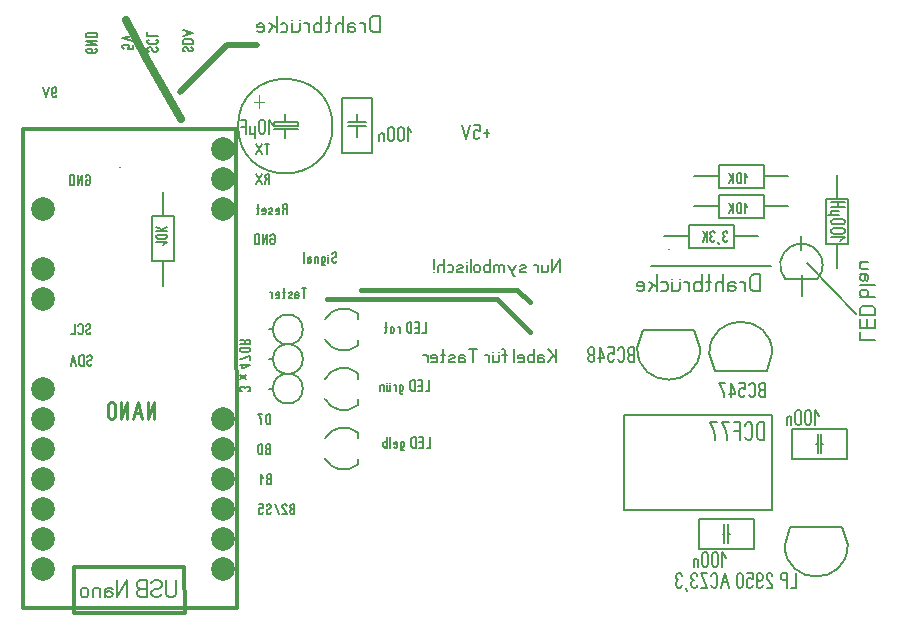
<source format=gbr>
%FSLAX34Y34*%
%MOMM*%
%LNSILK_TOP*%
G71*
G01*
%ADD10C, 0.254*%
%ADD11C, 0.159*%
%ADD12C, 0.156*%
%ADD13C, 0.144*%
%ADD14C, 0.189*%
%ADD15C, 0.150*%
%ADD16C, 0.167*%
%ADD17C, 0.200*%
%ADD18C, 0.120*%
%ADD19C, 0.178*%
%ADD20C, 0.700*%
%ADD21C, 0.500*%
%ADD22C, 0.300*%
%ADD23C, 0.400*%
%ADD24C, 2.000*%
%LPD*%
G54D10*
X222272Y-378207D02*
X222272Y-363985D01*
X216583Y-378207D01*
X216583Y-363985D01*
G54D10*
X211605Y-378207D02*
X208049Y-363985D01*
X204494Y-378207D01*
G54D10*
X210183Y-372874D02*
X205916Y-372874D01*
G54D10*
X199516Y-378207D02*
X199516Y-363985D01*
X193827Y-378207D01*
X193827Y-363985D01*
G54D10*
X183160Y-366652D02*
X183160Y-375541D01*
X183871Y-377318D01*
X185293Y-378207D01*
X186716Y-378207D01*
X188138Y-377318D01*
X188849Y-375541D01*
X188849Y-366652D01*
X188138Y-364874D01*
X186716Y-363985D01*
X185293Y-363985D01*
X183871Y-364874D01*
X183160Y-366652D01*
G54D11*
X229315Y-230880D02*
X232648Y-228658D01*
X223759Y-228658D01*
G54D11*
X230981Y-221992D02*
X225426Y-221992D01*
X224315Y-222436D01*
X223759Y-223325D01*
X223759Y-224214D01*
X224315Y-225103D01*
X225426Y-225547D01*
X230981Y-225547D01*
X232093Y-225103D01*
X232648Y-224214D01*
X232648Y-223325D01*
X232092Y-222436D01*
X230981Y-221992D01*
G54D11*
X223759Y-218880D02*
X232648Y-218880D01*
G54D11*
X226537Y-218880D02*
X232648Y-215325D01*
G54D11*
X228204Y-217547D02*
X223759Y-215325D01*
G54D11*
X301766Y-354453D02*
X302877Y-354009D01*
X303433Y-353120D01*
X303433Y-352231D01*
X302877Y-351342D01*
X301766Y-350898D01*
X300655Y-350898D01*
X299544Y-351342D01*
X298988Y-352231D01*
X298433Y-351342D01*
X297322Y-350898D01*
X296211Y-350898D01*
X295100Y-351342D01*
X294544Y-352231D01*
X294544Y-353120D01*
X295100Y-354009D01*
X296211Y-354453D01*
G54D11*
X299544Y-344586D02*
X294544Y-341030D01*
G54D11*
X294544Y-344586D02*
X299544Y-341030D01*
G54D11*
X294544Y-332052D02*
X303433Y-332052D01*
X297877Y-334719D01*
X296766Y-334719D01*
X296766Y-331164D01*
G54D11*
X303433Y-328052D02*
X303433Y-324496D01*
X302322Y-324941D01*
X300655Y-325830D01*
X298433Y-326719D01*
X296766Y-327163D01*
X294544Y-327163D01*
G54D11*
X301766Y-317830D02*
X296211Y-317830D01*
X295100Y-318274D01*
X294544Y-319163D01*
X294544Y-320052D01*
X295100Y-320941D01*
X296211Y-321385D01*
X301766Y-321385D01*
X302877Y-320941D01*
X303433Y-320052D01*
X303433Y-319163D01*
X302877Y-318274D01*
X301766Y-317830D01*
G54D11*
X298988Y-312940D02*
X297877Y-311607D01*
X296766Y-311162D01*
X294544Y-311162D01*
G54D11*
X294544Y-314718D02*
X303433Y-314718D01*
X303433Y-312496D01*
X302877Y-311607D01*
X301766Y-311163D01*
X300655Y-311163D01*
X299544Y-311607D01*
X298988Y-312496D01*
X298988Y-314718D01*
G54D11*
X322391Y-225836D02*
X320613Y-225836D01*
X320613Y-228614D01*
X321058Y-229725D01*
X321946Y-230281D01*
X322835Y-230281D01*
X323724Y-229725D01*
X324169Y-228614D01*
X324169Y-223059D01*
X323724Y-221948D01*
X322835Y-221392D01*
X321946Y-221392D01*
X321058Y-221948D01*
X320613Y-223059D01*
G54D11*
X317502Y-230281D02*
X317502Y-221392D01*
X313946Y-230281D01*
X313946Y-221392D01*
G54D11*
X310835Y-230281D02*
X310835Y-221392D01*
X308612Y-221392D01*
X307724Y-221948D01*
X307279Y-223059D01*
X307279Y-228614D01*
X307724Y-229725D01*
X308612Y-230281D01*
X310835Y-230281D01*
G54D11*
X317976Y-154080D02*
X317976Y-145192D01*
G54D11*
X319754Y-145192D02*
X316199Y-145192D01*
G54D11*
X313087Y-145192D02*
X308643Y-154080D01*
G54D11*
X313087Y-154080D02*
X308643Y-145192D01*
G54D11*
X317980Y-175034D02*
X316647Y-176145D01*
X316203Y-177256D01*
X316203Y-179478D01*
G54D11*
X319758Y-179478D02*
X319758Y-170589D01*
X317536Y-170589D01*
X316647Y-171145D01*
X316203Y-172256D01*
X316203Y-173367D01*
X316647Y-174478D01*
X317536Y-175034D01*
X319758Y-175034D01*
G54D11*
X313091Y-170589D02*
X308647Y-179478D01*
G54D11*
X313091Y-179478D02*
X308647Y-170589D01*
G54D11*
X332880Y-200436D02*
X331547Y-201547D01*
X331102Y-202658D01*
X331102Y-204880D01*
G54D11*
X334658Y-204880D02*
X334658Y-195992D01*
X332436Y-195992D01*
X331547Y-196547D01*
X331102Y-197658D01*
X331102Y-198769D01*
X331547Y-199880D01*
X332436Y-200436D01*
X334658Y-200436D01*
G54D11*
X325324Y-204325D02*
X326035Y-204880D01*
X326924Y-204880D01*
X327813Y-204325D01*
X327991Y-203214D01*
X327991Y-201325D01*
X327546Y-200214D01*
X326657Y-199880D01*
X325769Y-200214D01*
X325324Y-200992D01*
X325324Y-202103D01*
X327991Y-202103D01*
G54D11*
X322213Y-204325D02*
X321324Y-204880D01*
X320435Y-204880D01*
X319546Y-204325D01*
X319546Y-203214D01*
X319991Y-202658D01*
X321768Y-202103D01*
X322213Y-201547D01*
X322213Y-200436D01*
X321324Y-199880D01*
X320435Y-199880D01*
X319546Y-200436D01*
G54D11*
X313768Y-204325D02*
X314479Y-204880D01*
X315368Y-204880D01*
X316257Y-204325D01*
X316435Y-203214D01*
X316435Y-201325D01*
X315990Y-200214D01*
X315101Y-199880D01*
X314213Y-200214D01*
X313768Y-200992D01*
X313768Y-202103D01*
X316435Y-202103D01*
G54D11*
X309768Y-195992D02*
X309768Y-204325D01*
X309323Y-204880D01*
X308879Y-204658D01*
G54D11*
X310657Y-199880D02*
X308879Y-199880D01*
G54D11*
X320348Y-382680D02*
X320348Y-373792D01*
X318126Y-373792D01*
X317237Y-374347D01*
X316793Y-375458D01*
X316793Y-381014D01*
X317237Y-382125D01*
X318126Y-382680D01*
X320348Y-382680D01*
G54D11*
X313681Y-373792D02*
X310126Y-373792D01*
X310570Y-374903D01*
X311459Y-376569D01*
X312348Y-378792D01*
X312792Y-380458D01*
X312792Y-382680D01*
G54D11*
X320321Y-408081D02*
X320321Y-399192D01*
X318099Y-399192D01*
X317210Y-399748D01*
X316766Y-400859D01*
X316766Y-401970D01*
X317210Y-403081D01*
X318099Y-403637D01*
X317210Y-404192D01*
X316766Y-405304D01*
X316766Y-406415D01*
X317210Y-407526D01*
X318099Y-408081D01*
X320321Y-408081D01*
G54D11*
X320321Y-403637D02*
X318099Y-403637D01*
G54D11*
X310099Y-400859D02*
X310099Y-406415D01*
X310543Y-407526D01*
X311432Y-408081D01*
X312321Y-408081D01*
X313210Y-407526D01*
X313654Y-406415D01*
X313654Y-400859D01*
X313210Y-399748D01*
X312321Y-399192D01*
X311432Y-399192D01*
X310543Y-399748D01*
X310099Y-400859D01*
G54D11*
X321155Y-433480D02*
X321155Y-424592D01*
X318933Y-424592D01*
X318044Y-425147D01*
X317599Y-426258D01*
X317599Y-427369D01*
X318044Y-428480D01*
X318933Y-429036D01*
X318044Y-429592D01*
X317599Y-430703D01*
X317599Y-431814D01*
X318044Y-432925D01*
X318933Y-433480D01*
X321155Y-433480D01*
G54D11*
X321155Y-429036D02*
X318933Y-429036D01*
G54D11*
X314488Y-427925D02*
X312266Y-424592D01*
X312266Y-433480D01*
G54D11*
X340919Y-458880D02*
X340919Y-449992D01*
X338696Y-449992D01*
X337808Y-450547D01*
X337363Y-451658D01*
X337363Y-452769D01*
X337808Y-453880D01*
X338696Y-454436D01*
X337808Y-454992D01*
X337363Y-456103D01*
X337363Y-457214D01*
X337808Y-458325D01*
X338696Y-458880D01*
X340919Y-458880D01*
G54D11*
X340919Y-454436D02*
X338696Y-454436D01*
G54D11*
X330696Y-458880D02*
X334252Y-458880D01*
X334252Y-458325D01*
X333807Y-457214D01*
X331141Y-453880D01*
X330696Y-452769D01*
X330696Y-451658D01*
X331141Y-450547D01*
X332030Y-449992D01*
X332918Y-449992D01*
X333807Y-450547D01*
X334252Y-451658D01*
G54D11*
X327585Y-458880D02*
X324029Y-449992D01*
G54D11*
X320918Y-457214D02*
X320473Y-458325D01*
X319584Y-458880D01*
X318696Y-458880D01*
X317807Y-458325D01*
X317362Y-457214D01*
X317362Y-456103D01*
X317807Y-454992D01*
X318696Y-454436D01*
X319584Y-454436D01*
X320473Y-453880D01*
X320918Y-452769D01*
X320918Y-451658D01*
X320473Y-450547D01*
X319584Y-449992D01*
X318696Y-449992D01*
X317807Y-450547D01*
X317362Y-451658D01*
G54D11*
X310695Y-449992D02*
X314251Y-449992D01*
X314251Y-453880D01*
X313806Y-453880D01*
X312917Y-453325D01*
X312028Y-453325D01*
X311140Y-453880D01*
X310695Y-454992D01*
X310695Y-457214D01*
X311140Y-458325D01*
X312028Y-458880D01*
X312917Y-458880D01*
X313806Y-458325D01*
X314251Y-457214D01*
G54D11*
X452238Y-296335D02*
X452238Y-305224D01*
X449126Y-305224D01*
G54D11*
X442904Y-305224D02*
X446016Y-305224D01*
X446016Y-296335D01*
X442904Y-296335D01*
G54D11*
X446016Y-300779D02*
X442904Y-300779D01*
G54D11*
X439794Y-305224D02*
X439794Y-296335D01*
X437571Y-296335D01*
X436682Y-296890D01*
X436238Y-298001D01*
X436238Y-303557D01*
X436682Y-304668D01*
X437571Y-305224D01*
X439794Y-305224D01*
G54D11*
X429926Y-305224D02*
X429926Y-300224D01*
G54D11*
X429926Y-301335D02*
X429038Y-300224D01*
X428149Y-300224D01*
G54D11*
X422371Y-303890D02*
X422371Y-301668D01*
X422815Y-300557D01*
X423704Y-300224D01*
X424593Y-300557D01*
X425038Y-301668D01*
X425038Y-303890D01*
X424593Y-305001D01*
X423704Y-305224D01*
X422815Y-305001D01*
X422371Y-303890D01*
G54D11*
X418371Y-296335D02*
X418371Y-304668D01*
X417926Y-305224D01*
X417482Y-305001D01*
G54D11*
X419260Y-300224D02*
X417482Y-300224D01*
G54D11*
X455928Y-393409D02*
X455928Y-402298D01*
X452817Y-402298D01*
G54D11*
X446595Y-402298D02*
X449706Y-402298D01*
X449706Y-393409D01*
X446595Y-393409D01*
G54D11*
X449706Y-397853D02*
X446595Y-397853D01*
G54D11*
X443484Y-402298D02*
X443484Y-393409D01*
X441262Y-393409D01*
X440373Y-393964D01*
X439928Y-395075D01*
X439928Y-400631D01*
X440373Y-401742D01*
X441262Y-402298D01*
X443484Y-402298D01*
G54D11*
X433617Y-403964D02*
X432728Y-404520D01*
X432106Y-404520D01*
X431217Y-403964D01*
X430950Y-402853D01*
X430950Y-397298D01*
G54D11*
X430950Y-398742D02*
X431395Y-397631D01*
X432284Y-397298D01*
X433173Y-397631D01*
X433617Y-398742D01*
X433617Y-400964D01*
X433173Y-402075D01*
X432284Y-402298D01*
X431395Y-402075D01*
X430950Y-400964D01*
G54D11*
X425172Y-401742D02*
X425883Y-402298D01*
X426772Y-402298D01*
X427661Y-401742D01*
X427839Y-400631D01*
X427839Y-398742D01*
X427395Y-397631D01*
X426506Y-397298D01*
X425617Y-397631D01*
X425172Y-398409D01*
X425172Y-399520D01*
X427839Y-399520D01*
G54D11*
X422061Y-402298D02*
X422061Y-393409D01*
G54D11*
X418950Y-402298D02*
X418950Y-393409D01*
G54D11*
X418950Y-398742D02*
X418506Y-397631D01*
X417617Y-397298D01*
X416728Y-397631D01*
X416283Y-398742D01*
X416283Y-400964D01*
X416728Y-402075D01*
X417617Y-402298D01*
X418506Y-402075D01*
X418950Y-400964D01*
G54D11*
X455084Y-345509D02*
X455084Y-354398D01*
X451972Y-354398D01*
G54D11*
X445750Y-354398D02*
X448862Y-354398D01*
X448862Y-345509D01*
X445750Y-345509D01*
G54D11*
X448862Y-349953D02*
X445750Y-349953D01*
G54D11*
X442640Y-354398D02*
X442640Y-345509D01*
X440417Y-345509D01*
X439528Y-346064D01*
X439084Y-347175D01*
X439084Y-352731D01*
X439528Y-353842D01*
X440417Y-354398D01*
X442640Y-354398D01*
G54D11*
X432772Y-356064D02*
X431884Y-356620D01*
X431261Y-356620D01*
X430372Y-356064D01*
X430106Y-354953D01*
X430106Y-349398D01*
G54D11*
X430106Y-350842D02*
X430550Y-349731D01*
X431439Y-349398D01*
X432328Y-349731D01*
X432772Y-350842D01*
X432772Y-353064D01*
X432328Y-354175D01*
X431439Y-354398D01*
X430550Y-354175D01*
X430106Y-353064D01*
G54D11*
X426994Y-354398D02*
X426994Y-349398D01*
G54D11*
X426994Y-350509D02*
X426106Y-349398D01*
X425217Y-349398D01*
G54D11*
X422106Y-347731D02*
X422106Y-347731D01*
G54D11*
X419439Y-347731D02*
X419439Y-347731D01*
G54D11*
X419439Y-349398D02*
X419439Y-354398D01*
G54D11*
X419439Y-353286D02*
X419883Y-354175D01*
X420772Y-354398D01*
X421661Y-354175D01*
X422106Y-353286D01*
X422106Y-349398D01*
G54D11*
X416328Y-354398D02*
X416328Y-349398D01*
G54D11*
X416328Y-350509D02*
X415883Y-349731D01*
X414994Y-349398D01*
X414105Y-349731D01*
X413661Y-350509D01*
X413661Y-354398D01*
G54D11*
X349247Y-275890D02*
X349247Y-267001D01*
G54D11*
X351025Y-267001D02*
X347469Y-267001D01*
G54D11*
X344358Y-271445D02*
X343469Y-270890D01*
X342402Y-270890D01*
X341691Y-272001D01*
X341691Y-275890D01*
G54D11*
X341691Y-274223D02*
X342136Y-273112D01*
X343025Y-272890D01*
X343914Y-273112D01*
X344358Y-274223D01*
X344180Y-275334D01*
X343469Y-275890D01*
X343025Y-275890D01*
X342847Y-275890D01*
X342136Y-275334D01*
X341691Y-274223D01*
G54D11*
X338580Y-275334D02*
X337691Y-275890D01*
X336802Y-275890D01*
X335913Y-275334D01*
X335913Y-274223D01*
X336358Y-273667D01*
X338136Y-273112D01*
X338580Y-272556D01*
X338580Y-271445D01*
X337691Y-270890D01*
X336802Y-270890D01*
X335913Y-271445D01*
G54D11*
X331913Y-267001D02*
X331913Y-275334D01*
X331469Y-275890D01*
X331024Y-275667D01*
G54D11*
X332802Y-270890D02*
X331024Y-270890D01*
G54D11*
X325246Y-275334D02*
X325957Y-275890D01*
X326846Y-275890D01*
X327735Y-275334D01*
X327913Y-274223D01*
X327913Y-272334D01*
X327469Y-271223D01*
X326580Y-270890D01*
X325691Y-271223D01*
X325246Y-272001D01*
X325246Y-273112D01*
X327913Y-273112D01*
G54D11*
X322135Y-275890D02*
X322135Y-270890D01*
G54D11*
X322135Y-272001D02*
X321246Y-270890D01*
X320357Y-270890D01*
G54D11*
X376380Y-244001D02*
X375936Y-245112D01*
X375047Y-245668D01*
X374158Y-245668D01*
X373269Y-245112D01*
X372825Y-244001D01*
X372825Y-242890D01*
X373269Y-241779D01*
X374158Y-241223D01*
X375047Y-241223D01*
X375936Y-240668D01*
X376380Y-239556D01*
X376380Y-238445D01*
X375936Y-237334D01*
X375047Y-236779D01*
X374158Y-236779D01*
X373269Y-237334D01*
X372825Y-238445D01*
G54D11*
X369714Y-245668D02*
X369714Y-240668D01*
G54D11*
X369714Y-239001D02*
X369714Y-239001D01*
G54D11*
X366602Y-247334D02*
X365714Y-247890D01*
X365091Y-247890D01*
X364202Y-247334D01*
X363936Y-246223D01*
X363936Y-240668D01*
G54D11*
X363936Y-242112D02*
X364380Y-241001D01*
X365269Y-240668D01*
X366158Y-241001D01*
X366602Y-242112D01*
X366602Y-244334D01*
X366158Y-245445D01*
X365269Y-245668D01*
X364380Y-245445D01*
X363936Y-244334D01*
G54D11*
X360824Y-245668D02*
X360824Y-240668D01*
G54D11*
X360824Y-241779D02*
X360380Y-241001D01*
X359491Y-240668D01*
X358602Y-241001D01*
X358158Y-241779D01*
X358158Y-245668D01*
G54D11*
X355046Y-241223D02*
X354158Y-240668D01*
X353091Y-240668D01*
X352380Y-241779D01*
X352380Y-245668D01*
G54D11*
X352380Y-244001D02*
X352824Y-242890D01*
X353713Y-242668D01*
X354602Y-242890D01*
X355046Y-244001D01*
X354869Y-245112D01*
X354158Y-245668D01*
X353713Y-245668D01*
X353535Y-245668D01*
X352824Y-245112D01*
X352380Y-244001D01*
G54D11*
X349268Y-245668D02*
X349268Y-236779D01*
G54D11*
X247895Y-66948D02*
X246784Y-66503D01*
X246228Y-65614D01*
X246228Y-64726D01*
X246784Y-63837D01*
X247895Y-63392D01*
X249006Y-63392D01*
X250117Y-63837D01*
X250672Y-64726D01*
X250672Y-65614D01*
X251228Y-66503D01*
X252339Y-66948D01*
X253450Y-66948D01*
X254561Y-66503D01*
X255117Y-65614D01*
X255117Y-64726D01*
X254561Y-63837D01*
X253450Y-63392D01*
G54D11*
X246228Y-60281D02*
X255117Y-60281D01*
X255117Y-58059D01*
X254561Y-57170D01*
X253450Y-56725D01*
X247895Y-56725D01*
X246784Y-57170D01*
X246228Y-58059D01*
X246228Y-60281D01*
G54D11*
X246228Y-53614D02*
X255117Y-51392D01*
X246228Y-49169D01*
G54D11*
X249561Y-52725D02*
X249561Y-50058D01*
G54D11*
X217895Y-67055D02*
X216784Y-66611D01*
X216228Y-65722D01*
X216228Y-64833D01*
X216784Y-63944D01*
X217895Y-63500D01*
X219006Y-63500D01*
X220117Y-63944D01*
X220672Y-64833D01*
X220672Y-65722D01*
X221228Y-66611D01*
X222339Y-67055D01*
X223450Y-67055D01*
X224561Y-66611D01*
X225117Y-65722D01*
X225117Y-64833D01*
X224561Y-63944D01*
X223450Y-63500D01*
G54D11*
X217895Y-56833D02*
X216784Y-57277D01*
X216228Y-58166D01*
X216228Y-59055D01*
X216784Y-59944D01*
X217895Y-60388D01*
X223450Y-60388D01*
X224561Y-59944D01*
X225117Y-59055D01*
X225117Y-58166D01*
X224561Y-57277D01*
X223450Y-56833D01*
G54D11*
X225117Y-53721D02*
X216228Y-53721D01*
X216228Y-50610D01*
G54D11*
X169094Y-66308D02*
X169094Y-64530D01*
X166316Y-64530D01*
X165205Y-64974D01*
X164650Y-65863D01*
X164650Y-66752D01*
X165205Y-67641D01*
X166316Y-68086D01*
X171872Y-68086D01*
X172983Y-67641D01*
X173538Y-66752D01*
X173538Y-65863D01*
X172983Y-64974D01*
X171872Y-64530D01*
G54D11*
X164650Y-61419D02*
X173538Y-61418D01*
X164650Y-57863D01*
X173538Y-57863D01*
G54D11*
X164650Y-54752D02*
X173538Y-54752D01*
X173538Y-52529D01*
X172983Y-51640D01*
X171872Y-51196D01*
X166316Y-51196D01*
X165205Y-51640D01*
X164650Y-52529D01*
X164650Y-54752D01*
G54D11*
X204157Y-61160D02*
X204157Y-64716D01*
X200268Y-64716D01*
X200268Y-64271D01*
X200824Y-63382D01*
X200824Y-62493D01*
X200268Y-61604D01*
X199157Y-61160D01*
X196935Y-61160D01*
X195824Y-61604D01*
X195268Y-62493D01*
X195268Y-63382D01*
X195824Y-64271D01*
X196935Y-64716D01*
G54D11*
X204157Y-58049D02*
X195268Y-55826D01*
X204157Y-53604D01*
G54D11*
X139428Y-104223D02*
X138984Y-105334D01*
X138095Y-105890D01*
X137206Y-105890D01*
X136317Y-105334D01*
X135872Y-104223D01*
X135872Y-101445D01*
X135872Y-100890D01*
X137206Y-102001D01*
X138095Y-102001D01*
X138984Y-101445D01*
X139428Y-100334D01*
X139428Y-98667D01*
X138984Y-97556D01*
X138095Y-97001D01*
X137206Y-97001D01*
X136317Y-97556D01*
X135872Y-98667D01*
X135872Y-101445D01*
G54D11*
X132761Y-97001D02*
X130539Y-105890D01*
X128317Y-97001D01*
G54D11*
X165885Y-175838D02*
X164108Y-175838D01*
X164108Y-178616D01*
X164552Y-179727D01*
X165441Y-180283D01*
X166330Y-180283D01*
X167219Y-179727D01*
X167663Y-178616D01*
X167663Y-173060D01*
X167219Y-171949D01*
X166330Y-171394D01*
X165441Y-171394D01*
X164552Y-171949D01*
X164108Y-173060D01*
G54D11*
X160996Y-180283D02*
X160996Y-171394D01*
X157440Y-180283D01*
X157440Y-171394D01*
G54D11*
X154329Y-180283D02*
X154329Y-171394D01*
X152107Y-171394D01*
X151218Y-171949D01*
X150774Y-173060D01*
X150774Y-178616D01*
X151218Y-179727D01*
X152107Y-180283D01*
X154329Y-180283D01*
G54D12*
X765318Y-508454D02*
X765318Y-520898D01*
X760963Y-520898D01*
G54D12*
X757540Y-520898D02*
X757540Y-508454D01*
X754429Y-508454D01*
X753185Y-509231D01*
X752563Y-510787D01*
X752562Y-512342D01*
X753185Y-513898D01*
X754429Y-514676D01*
X757540Y-514676D01*
G54D12*
X740617Y-520898D02*
X745594Y-520898D01*
X745594Y-520120D01*
X744972Y-518565D01*
X741239Y-513898D01*
X740617Y-512342D01*
X740617Y-510787D01*
X741239Y-509231D01*
X742483Y-508454D01*
X743728Y-508454D01*
X744972Y-509231D01*
X745594Y-510787D01*
G54D12*
X737194Y-518565D02*
X736572Y-520120D01*
X735328Y-520898D01*
X734083Y-520898D01*
X732839Y-520120D01*
X732217Y-518565D01*
X732217Y-514676D01*
X732217Y-513898D01*
X734083Y-515454D01*
X735328Y-515454D01*
X736572Y-514676D01*
X737194Y-513120D01*
X737194Y-510787D01*
X736572Y-509231D01*
X735328Y-508454D01*
X734083Y-508454D01*
X732839Y-509231D01*
X732217Y-510787D01*
X732217Y-514676D01*
G54D12*
X723817Y-508454D02*
X728794Y-508454D01*
X728794Y-513898D01*
X728172Y-513898D01*
X726928Y-513120D01*
X725683Y-513120D01*
X724439Y-513898D01*
X723817Y-515454D01*
X723817Y-518565D01*
X724439Y-520120D01*
X725683Y-520898D01*
X726928Y-520898D01*
X728172Y-520120D01*
X728794Y-518565D01*
G54D12*
X715417Y-510787D02*
X715416Y-518565D01*
X716039Y-520120D01*
X717283Y-520898D01*
X718528Y-520898D01*
X719772Y-520120D01*
X720394Y-518565D01*
X720394Y-510787D01*
X719772Y-509231D01*
X718528Y-508454D01*
X717283Y-508454D01*
X716039Y-509231D01*
X715417Y-510787D01*
G54D12*
X708448Y-520898D02*
X705337Y-508454D01*
X702226Y-520898D01*
G54D12*
X707204Y-516231D02*
X703471Y-516232D01*
G54D12*
X693826Y-518565D02*
X694449Y-520120D01*
X695693Y-520898D01*
X696938Y-520898D01*
X698182Y-520120D01*
X698804Y-518565D01*
X698804Y-510787D01*
X698182Y-509231D01*
X696938Y-508454D01*
X695693Y-508454D01*
X694449Y-509231D01*
X693827Y-510787D01*
G54D12*
X690404Y-508454D02*
X685427Y-508454D01*
X690404Y-520898D01*
X685427Y-520898D01*
G54D12*
X682004Y-510787D02*
X681382Y-509231D01*
X680138Y-508454D01*
X678893Y-508454D01*
X677649Y-509231D01*
X677027Y-510787D01*
X677027Y-512342D01*
X677649Y-513898D01*
X678893Y-514676D01*
X677649Y-515454D01*
X677026Y-517009D01*
X677027Y-518565D01*
X677649Y-520120D01*
X678893Y-520898D01*
X680138Y-520898D01*
X681382Y-520120D01*
X682004Y-518565D01*
G54D12*
X672360Y-520898D02*
X672360Y-522454D01*
X672982Y-524009D01*
X673604Y-524009D01*
G54D12*
X668938Y-510787D02*
X668316Y-509231D01*
X667072Y-508454D01*
X665827Y-508454D01*
X664583Y-509231D01*
X663961Y-510787D01*
X663961Y-512342D01*
X664583Y-513898D01*
X665827Y-514676D01*
X664583Y-515454D01*
X663961Y-517009D01*
X663961Y-518565D01*
X664583Y-520120D01*
X665827Y-520898D01*
X667072Y-520898D01*
X668316Y-520120D01*
X668938Y-518565D01*
G54D12*
X784910Y-375225D02*
X781799Y-370559D01*
X781799Y-383003D01*
G54D12*
X773400Y-372892D02*
X773400Y-380670D01*
X774022Y-382225D01*
X775266Y-383003D01*
X776511Y-383003D01*
X777755Y-382225D01*
X778377Y-380670D01*
X778377Y-372892D01*
X777755Y-371336D01*
X776511Y-370559D01*
X775266Y-370559D01*
X774022Y-371336D01*
X773400Y-372892D01*
G54D12*
X765000Y-372892D02*
X765000Y-380670D01*
X765622Y-382225D01*
X766866Y-383003D01*
X768111Y-383003D01*
X769355Y-382225D01*
X769977Y-380670D01*
X769977Y-372892D01*
X769355Y-371337D01*
X768111Y-370559D01*
X766866Y-370559D01*
X765622Y-371336D01*
X765000Y-372892D01*
G54D12*
X761577Y-383003D02*
X761577Y-376003D01*
G54D12*
X761577Y-377559D02*
X760955Y-376470D01*
X759711Y-376003D01*
X758466Y-376470D01*
X757844Y-377559D01*
X757844Y-383003D01*
G54D12*
X705915Y-495751D02*
X702804Y-491084D01*
X702804Y-503529D01*
G54D12*
X694404Y-493418D02*
X694404Y-501196D01*
X695026Y-502751D01*
X696271Y-503529D01*
X697515Y-503529D01*
X698760Y-502751D01*
X699382Y-501196D01*
X699382Y-493418D01*
X698760Y-491862D01*
X697515Y-491084D01*
X696271Y-491084D01*
X695026Y-491862D01*
X694404Y-493418D01*
G54D12*
X686004Y-493418D02*
X686004Y-501196D01*
X686626Y-502751D01*
X687871Y-503529D01*
X689115Y-503529D01*
X690360Y-502751D01*
X690982Y-501196D01*
X690982Y-493418D01*
X690360Y-491862D01*
X689115Y-491084D01*
X687871Y-491084D01*
X686626Y-491862D01*
X686004Y-493418D01*
G54D12*
X682582Y-503529D02*
X682582Y-496529D01*
G54D12*
X682582Y-498084D02*
X681960Y-496996D01*
X680715Y-496529D01*
X679471Y-496996D01*
X678848Y-498084D01*
X678848Y-503529D01*
G54D12*
X739066Y-359768D02*
X739066Y-347323D01*
X735955Y-347323D01*
X734711Y-348101D01*
X734088Y-349656D01*
X734088Y-351212D01*
X734711Y-352768D01*
X735955Y-353545D01*
X734711Y-354323D01*
X734088Y-355879D01*
X734088Y-357434D01*
X734711Y-358990D01*
X735955Y-359768D01*
X739066Y-359768D01*
G54D12*
X739066Y-353545D02*
X735955Y-353545D01*
G54D12*
X725688Y-357434D02*
X726311Y-358990D01*
X727555Y-359768D01*
X728800Y-359768D01*
X730044Y-358990D01*
X730666Y-357434D01*
X730666Y-349656D01*
X730044Y-348101D01*
X728800Y-347323D01*
X727555Y-347323D01*
X726311Y-348101D01*
X725688Y-349656D01*
G54D12*
X717288Y-347323D02*
X722266Y-347323D01*
X722266Y-352768D01*
X721644Y-352768D01*
X720400Y-351990D01*
X719155Y-351990D01*
X717911Y-352768D01*
X717288Y-354323D01*
X717288Y-357434D01*
X717911Y-358990D01*
X719155Y-359768D01*
X720400Y-359768D01*
X721644Y-358990D01*
X722266Y-357434D01*
G54D12*
X710133Y-359768D02*
X710133Y-347323D01*
X713866Y-355101D01*
X713866Y-356656D01*
X708888Y-356656D01*
G54D12*
X705466Y-347323D02*
X700488Y-347323D01*
X701111Y-348879D01*
X702355Y-351212D01*
X703600Y-354323D01*
X704222Y-356656D01*
X704222Y-359768D01*
G54D12*
X628372Y-330016D02*
X628372Y-317572D01*
X625261Y-317572D01*
X624017Y-318350D01*
X623395Y-319905D01*
X623395Y-321461D01*
X624017Y-323016D01*
X625261Y-323794D01*
X624017Y-324572D01*
X623395Y-326127D01*
X623395Y-327683D01*
X624017Y-329238D01*
X625261Y-330016D01*
X628372Y-330016D01*
G54D12*
X628372Y-323794D02*
X625261Y-323794D01*
G54D12*
X614995Y-327683D02*
X615617Y-329238D01*
X616861Y-330016D01*
X618106Y-330016D01*
X619350Y-329238D01*
X619972Y-327683D01*
X619972Y-319905D01*
X619350Y-318350D01*
X618106Y-317572D01*
X616861Y-317572D01*
X615617Y-318350D01*
X614995Y-319905D01*
G54D12*
X606595Y-317572D02*
X611572Y-317572D01*
X611572Y-323016D01*
X610950Y-323016D01*
X609706Y-322238D01*
X608461Y-322238D01*
X607217Y-323016D01*
X606595Y-324572D01*
X606595Y-327683D01*
X607217Y-329238D01*
X608461Y-330016D01*
X609706Y-330016D01*
X610950Y-329238D01*
X611572Y-327683D01*
G54D12*
X599439Y-330016D02*
X599439Y-317572D01*
X603172Y-325350D01*
X603172Y-326905D01*
X598195Y-326905D01*
G54D12*
X591661Y-323794D02*
X592906Y-323794D01*
X594150Y-323016D01*
X594772Y-321461D01*
X594772Y-319905D01*
X594150Y-318350D01*
X592906Y-317572D01*
X591661Y-317572D01*
X590417Y-318350D01*
X589795Y-319905D01*
X589795Y-321461D01*
X590417Y-323016D01*
X591661Y-323794D01*
X590417Y-324572D01*
X589795Y-326127D01*
X589795Y-327683D01*
X590417Y-329238D01*
X591661Y-330016D01*
X592906Y-330016D01*
X594150Y-329238D01*
X594772Y-327683D01*
X594772Y-326127D01*
X594150Y-324572D01*
X592906Y-323794D01*
G54D13*
X802435Y-227194D02*
X806768Y-224305D01*
X795213Y-224305D01*
G54D13*
X804602Y-216505D02*
X797380Y-216505D01*
X795935Y-217083D01*
X795213Y-218238D01*
X795213Y-219394D01*
X795935Y-220549D01*
X797380Y-221127D01*
X804602Y-221127D01*
X806046Y-220549D01*
X806768Y-219394D01*
X806768Y-218238D01*
X806046Y-217083D01*
X804602Y-216505D01*
G54D13*
X804602Y-208705D02*
X797380Y-208705D01*
X795935Y-209283D01*
X795213Y-210438D01*
X795213Y-211594D01*
X795935Y-212749D01*
X797380Y-213327D01*
X804602Y-213327D01*
X806046Y-212749D01*
X806768Y-211594D01*
X806768Y-210438D01*
X806046Y-209283D01*
X804602Y-208705D01*
G54D13*
X801713Y-205527D02*
X792324Y-205527D01*
G54D13*
X801713Y-202060D02*
X795213Y-202060D01*
G54D13*
X796657Y-202060D02*
X795502Y-202638D01*
X795213Y-203794D01*
X795502Y-204949D01*
X796657Y-205527D01*
X801713Y-205527D01*
G54D13*
X795213Y-198882D02*
X806768Y-198882D01*
G54D13*
X795213Y-194260D02*
X806768Y-194260D01*
G54D13*
X800991Y-198882D02*
X800991Y-194260D01*
G54D12*
X505999Y-135877D02*
X501021Y-135877D01*
G54D12*
X503510Y-132766D02*
X503510Y-138988D01*
G54D12*
X492621Y-128877D02*
X497599Y-128877D01*
X497599Y-134322D01*
X496977Y-134321D01*
X495732Y-133544D01*
X494488Y-133544D01*
X493244Y-134322D01*
X492621Y-135877D01*
X492621Y-138988D01*
X493243Y-140544D01*
X494488Y-141321D01*
X495732Y-141321D01*
X496977Y-140544D01*
X497599Y-138988D01*
G54D12*
X489199Y-128877D02*
X486088Y-141322D01*
X482977Y-128877D01*
G54D14*
X738685Y-396031D02*
X738686Y-380920D01*
X734908Y-380920D01*
X733397Y-381864D01*
X732641Y-383753D01*
X732641Y-393198D01*
X733397Y-395087D01*
X734908Y-396031D01*
X738685Y-396031D01*
G54D14*
X722441Y-393198D02*
X723197Y-395087D01*
X724708Y-396031D01*
X726219Y-396031D01*
X727730Y-395087D01*
X728485Y-393198D01*
X728485Y-383753D01*
X727730Y-381864D01*
X726219Y-380920D01*
X724708Y-380920D01*
X723197Y-381864D01*
X722441Y-383753D01*
G54D14*
X718286Y-396031D02*
X718286Y-380920D01*
X712997Y-380920D01*
G54D14*
X718286Y-388475D02*
X712997Y-388476D01*
G54D14*
X708841Y-380920D02*
X702796Y-380920D01*
X703552Y-382809D01*
X705063Y-385642D01*
X706574Y-389420D01*
X707329Y-392253D01*
X707329Y-396031D01*
G54D14*
X698641Y-380920D02*
X692596Y-380920D01*
X693352Y-382809D01*
X694863Y-385642D01*
X696374Y-389420D01*
X697129Y-392253D01*
X697129Y-396031D01*
G54D11*
X707274Y-220656D02*
X706830Y-219545D01*
X705941Y-218989D01*
X705052Y-218989D01*
X704163Y-219545D01*
X703718Y-220656D01*
X703718Y-221767D01*
X704163Y-222878D01*
X705052Y-223434D01*
X704163Y-223989D01*
X703718Y-225100D01*
X703718Y-226211D01*
X704163Y-227322D01*
X705052Y-227878D01*
X705941Y-227878D01*
X706830Y-227322D01*
X707274Y-226211D01*
G54D11*
X699718Y-227878D02*
X699718Y-228989D01*
X700163Y-230100D01*
X700607Y-230100D01*
G54D11*
X696607Y-220656D02*
X696163Y-219545D01*
X695274Y-218989D01*
X694385Y-218989D01*
X693496Y-219545D01*
X693051Y-220656D01*
X693051Y-221767D01*
X693496Y-222878D01*
X694385Y-223434D01*
X693496Y-223989D01*
X693051Y-225100D01*
X693051Y-226211D01*
X693496Y-227322D01*
X694385Y-227878D01*
X695274Y-227878D01*
X696163Y-227322D01*
X696607Y-226211D01*
G54D11*
X689940Y-227878D02*
X689940Y-218989D01*
G54D11*
X689940Y-225100D02*
X686384Y-218989D01*
G54D11*
X688607Y-223434D02*
X686384Y-227878D01*
G54D15*
X744620Y-248899D02*
X643020Y-248899D01*
X744620Y-248899D01*
G54D15*
X816140Y-288902D02*
X775572Y-246946D01*
X774862Y-246357D01*
G54D16*
X832713Y-311386D02*
X819380Y-311386D01*
X819380Y-304386D01*
G54D16*
X819380Y-293718D02*
X819380Y-300718D01*
X832713Y-300718D01*
X832713Y-293718D01*
G54D16*
X826046Y-300718D02*
X826046Y-293718D01*
G54D16*
X819380Y-290052D02*
X832713Y-290052D01*
X832713Y-285052D01*
X831880Y-283052D01*
X830213Y-282052D01*
X821880Y-282052D01*
X820213Y-283052D01*
X819380Y-285052D01*
X819380Y-290052D01*
G54D16*
X819380Y-274518D02*
X832713Y-274518D01*
G54D16*
X824713Y-274518D02*
X826380Y-273518D01*
X826880Y-271518D01*
X826380Y-269518D01*
X824713Y-268518D01*
X821380Y-268518D01*
X819713Y-269518D01*
X819380Y-271518D01*
X819713Y-273518D01*
X821380Y-274518D01*
G54D16*
X819380Y-264851D02*
X832713Y-264851D01*
G54D16*
X826046Y-261184D02*
X826880Y-259184D01*
X826880Y-256784D01*
X825213Y-255184D01*
X819380Y-255184D01*
G54D16*
X821880Y-255184D02*
X823546Y-256184D01*
X823880Y-258184D01*
X823546Y-260184D01*
X821880Y-261184D01*
X820213Y-260784D01*
X819380Y-259184D01*
X819380Y-258184D01*
X819380Y-257784D01*
X820213Y-256184D01*
X821880Y-255184D01*
G54D16*
X826880Y-245516D02*
X819380Y-245516D01*
G54D16*
X821046Y-245517D02*
X819713Y-246517D01*
X819380Y-248516D01*
X819713Y-250517D01*
X821046Y-251517D01*
X826880Y-251517D01*
G54D15*
X745480Y-322560D02*
X740580Y-337760D01*
X696980Y-337760D01*
X692080Y-322560D01*
G54D15*
G75*
G01X745430Y-322461D02*
G03X692130Y-322461I-26650J0D01*
G01*
G54D15*
X631043Y-318080D02*
X635943Y-302880D01*
X679543Y-302880D01*
X684443Y-318080D01*
G54D15*
G75*
G01X631093Y-318180D02*
G03X684393Y-318180I26650J0D01*
G01*
G54D15*
X755972Y-484746D02*
X760872Y-469546D01*
X804472Y-469546D01*
X809372Y-484746D01*
G54D15*
G75*
G01X756022Y-484846D02*
G03X809322Y-484846I26650J0D01*
G01*
G54D17*
X745000Y-375000D02*
X620000Y-375000D01*
X620000Y-455000D01*
X745000Y-455000D01*
X745000Y-375000D01*
G54D12*
X322344Y-129266D02*
X319233Y-124600D01*
X319233Y-137044D01*
G54D12*
X310834Y-126933D02*
X310834Y-134711D01*
X311456Y-136266D01*
X312700Y-137044D01*
X313945Y-137044D01*
X315189Y-136266D01*
X315811Y-134711D01*
X315811Y-126933D01*
X315189Y-125378D01*
X313945Y-124600D01*
X312700Y-124600D01*
X311456Y-125378D01*
X310834Y-126933D01*
G54D12*
X307411Y-130044D02*
X307411Y-140155D01*
G54D12*
X303678Y-130044D02*
X303678Y-137044D01*
G54D12*
X303678Y-135489D02*
X304300Y-136733D01*
X305545Y-137044D01*
X306789Y-136733D01*
X307411Y-135489D01*
X307411Y-130044D01*
G54D12*
X300256Y-137044D02*
X300256Y-124600D01*
X295901Y-124600D01*
G54D12*
X300256Y-130822D02*
X295901Y-130822D01*
G54D12*
X439910Y-135225D02*
X436799Y-130559D01*
X436799Y-143003D01*
G54D12*
X428400Y-132892D02*
X428400Y-140670D01*
X429022Y-142225D01*
X430266Y-143003D01*
X431511Y-143003D01*
X432755Y-142225D01*
X433377Y-140670D01*
X433377Y-132892D01*
X432755Y-131336D01*
X431511Y-130559D01*
X430266Y-130559D01*
X429022Y-131336D01*
X428400Y-132892D01*
G54D12*
X420000Y-132892D02*
X420000Y-140670D01*
X420622Y-142225D01*
X421866Y-143003D01*
X423111Y-143003D01*
X424355Y-142225D01*
X424977Y-140670D01*
X424977Y-132892D01*
X424355Y-131337D01*
X423111Y-130559D01*
X421866Y-130559D01*
X420622Y-131336D01*
X420000Y-132892D01*
G54D12*
X416577Y-143003D02*
X416577Y-136003D01*
G54D12*
X416577Y-137559D02*
X415955Y-136470D01*
X414711Y-136003D01*
X413466Y-136470D01*
X412844Y-137559D01*
X412844Y-143003D01*
G54D15*
X322593Y-302353D02*
X319493Y-302353D01*
G54D15*
G75*
G01X347993Y-302353D02*
G03X347993Y-302353I-12700J0D01*
G01*
G54D15*
X322593Y-327353D02*
X319493Y-327353D01*
G54D15*
G75*
G01X347993Y-327353D02*
G03X347993Y-327353I-12700J0D01*
G01*
G54D15*
X322593Y-352353D02*
X319493Y-352353D01*
G54D15*
G75*
G01X347993Y-352353D02*
G03X347993Y-352353I-12700J0D01*
G01*
G54D15*
G75*
G01X394638Y-288977D02*
G03X366700Y-293903I-12045J-13376D01*
G01*
G54D15*
G75*
G01X366700Y-310804D02*
G03X394163Y-316142I15893J8451D01*
G01*
G54D15*
X394593Y-288853D02*
X394593Y-293653D01*
G54D15*
X394493Y-315853D02*
X394493Y-311053D01*
G54D15*
G75*
G01X394637Y-339376D02*
G03X366700Y-344302I-12044J-13377D01*
G01*
G54D15*
G75*
G01X366700Y-361204D02*
G03X394163Y-366542I15893J8451D01*
G01*
G54D15*
X394593Y-339253D02*
X394593Y-344053D01*
G54D15*
X394493Y-366253D02*
X394493Y-361453D01*
G54D15*
G75*
G01X394637Y-389776D02*
G03X366700Y-394702I-12044J-13377D01*
G01*
G54D15*
G75*
G01X366700Y-411604D02*
G03X394163Y-416942I15893J8451D01*
G01*
G54D15*
X394593Y-389653D02*
X394593Y-394453D01*
G54D15*
X394493Y-416653D02*
X394493Y-411853D01*
G54D15*
X239098Y-206627D02*
X220098Y-206627D01*
X220098Y-244627D01*
X239098Y-244627D01*
X239098Y-206627D01*
G54D15*
X229598Y-206527D02*
X229598Y-185927D01*
G54D15*
X229598Y-265327D02*
X229598Y-244727D01*
G54D13*
X193348Y-164827D02*
X193348Y-164827D01*
G54D15*
X343820Y-129699D02*
X343820Y-126499D01*
X323820Y-126499D01*
X323820Y-129699D01*
X343820Y-129699D01*
G54D15*
X343820Y-132899D02*
X323820Y-132899D01*
G54D15*
G75*
G01X373120Y-130199D02*
G03X373120Y-130199I-40000J0D01*
G01*
G54D15*
X333120Y-133199D02*
X333120Y-140199D01*
G54D15*
X333120Y-126199D02*
X333120Y-120199D01*
G54D18*
X310920Y-104199D02*
X310920Y-114899D01*
G54D18*
X315320Y-109499D02*
X306420Y-109499D01*
G54D15*
X380930Y-106741D02*
X406330Y-106741D01*
X406330Y-152941D01*
X380930Y-152941D01*
X380930Y-106741D01*
G54D15*
X385881Y-126898D02*
X401881Y-126898D01*
G54D15*
X385881Y-130098D02*
X401881Y-130098D01*
G54D15*
X393713Y-126395D02*
X393714Y-120260D01*
G54D15*
X393881Y-130098D02*
X393797Y-139507D01*
G54D11*
X724473Y-172982D02*
X722251Y-169649D01*
X722251Y-178538D01*
G54D11*
X715584Y-171315D02*
X715584Y-176871D01*
X716029Y-177982D01*
X716918Y-178538D01*
X717807Y-178538D01*
X718696Y-177982D01*
X719140Y-176871D01*
X719140Y-171315D01*
X718696Y-170204D01*
X717807Y-169649D01*
X716918Y-169649D01*
X716029Y-170204D01*
X715584Y-171315D01*
G54D11*
X712473Y-178538D02*
X712473Y-169649D01*
G54D11*
X712473Y-175760D02*
X708918Y-169649D01*
G54D11*
X711140Y-174093D02*
X708918Y-178538D01*
G54D15*
X700220Y-163199D02*
X700220Y-182199D01*
X738220Y-182199D01*
X738220Y-163199D01*
X700220Y-163199D01*
G54D15*
X700120Y-172699D02*
X679520Y-172699D01*
G54D15*
X758920Y-172699D02*
X738320Y-172699D01*
G54D11*
X724473Y-198382D02*
X722251Y-195049D01*
X722251Y-203938D01*
G54D11*
X715584Y-196715D02*
X715584Y-202271D01*
X716029Y-203382D01*
X716918Y-203938D01*
X717807Y-203938D01*
X718696Y-203382D01*
X719140Y-202271D01*
X719140Y-196715D01*
X718696Y-195604D01*
X717807Y-195049D01*
X716918Y-195049D01*
X716029Y-195604D01*
X715584Y-196715D01*
G54D11*
X712473Y-203938D02*
X712473Y-195049D01*
G54D11*
X712473Y-201160D02*
X708918Y-195049D01*
G54D11*
X711140Y-199493D02*
X708918Y-203938D01*
G54D15*
X700220Y-188599D02*
X700220Y-207599D01*
X738220Y-207599D01*
X738220Y-188599D01*
X700220Y-188599D01*
G54D15*
X700120Y-198099D02*
X679520Y-198099D01*
G54D15*
X758920Y-198099D02*
X738320Y-198099D01*
G54D13*
X658420Y-234349D02*
X658420Y-234349D01*
G54D15*
X674820Y-213999D02*
X674820Y-232999D01*
X712820Y-232999D01*
X712820Y-213999D01*
X674820Y-213999D01*
G54D15*
X674720Y-223499D02*
X654120Y-223499D01*
G54D15*
X733520Y-223499D02*
X712920Y-223499D01*
G54D15*
X762351Y-411786D02*
X762351Y-386386D01*
X808551Y-386386D01*
X808551Y-411786D01*
X762351Y-411786D01*
G54D15*
X783851Y-407086D02*
X783851Y-391086D01*
G54D15*
X787051Y-407086D02*
X787051Y-391086D01*
G54D15*
X783851Y-399086D02*
X782251Y-399086D01*
G54D15*
X787051Y-399086D02*
X788651Y-399086D01*
G54D15*
X683420Y-487899D02*
X683420Y-462499D01*
X729620Y-462499D01*
X729620Y-487899D01*
X683420Y-487899D01*
G54D15*
X704920Y-483199D02*
X704920Y-467199D01*
G54D15*
X708120Y-483199D02*
X708120Y-467199D01*
G54D15*
X704920Y-475199D02*
X703320Y-475199D01*
G54D15*
X708120Y-475199D02*
X709720Y-475199D01*
G54D15*
G75*
G01X783397Y-259743D02*
G03X761020Y-232110I-13377J12044D01*
G01*
G54D15*
G75*
G01X761570Y-231806D02*
G03X756231Y-259269I8450J-15893D01*
G01*
G54D15*
X783520Y-259699D02*
X761320Y-259599D01*
G54D15*
X756520Y-259599D02*
X761320Y-259599D01*
G54D17*
X770020Y-223499D02*
X770020Y-234980D01*
X770000Y-235000D01*
G54D17*
X770848Y-274000D02*
X770848Y-260848D01*
X770840Y-256054D01*
G54D15*
X790612Y-229897D02*
X809612Y-229897D01*
X809612Y-191897D01*
X790612Y-191897D01*
X790612Y-229897D01*
G54D15*
X800112Y-229997D02*
X800112Y-250597D01*
G54D15*
X800112Y-171197D02*
X800112Y-191797D01*
G54D19*
X735000Y-270000D02*
X735000Y-255778D01*
X729667Y-255778D01*
X727533Y-256667D01*
X726467Y-258444D01*
X726467Y-267333D01*
X727533Y-269111D01*
X729667Y-270000D01*
X735000Y-270000D01*
G54D19*
X722556Y-270000D02*
X722556Y-262000D01*
G54D19*
X722556Y-263778D02*
X720423Y-262000D01*
X718289Y-262000D01*
G54D19*
X714378Y-262889D02*
X712245Y-262000D01*
X709685Y-262000D01*
X707978Y-263778D01*
X707978Y-270000D01*
G54D19*
X707978Y-267333D02*
X709045Y-265556D01*
X711178Y-265200D01*
X713311Y-265556D01*
X714378Y-267333D01*
X713951Y-269111D01*
X712245Y-270000D01*
X711178Y-270000D01*
X710751Y-270000D01*
X709045Y-269111D01*
X707978Y-267333D01*
G54D19*
X704067Y-270000D02*
X704067Y-255778D01*
G54D19*
X704067Y-264311D02*
X703000Y-262533D01*
X700867Y-262000D01*
X698734Y-262533D01*
X697667Y-264311D01*
X697667Y-270000D01*
G54D19*
X691623Y-255778D02*
X691623Y-269111D01*
X690556Y-270000D01*
X689489Y-269644D01*
G54D19*
X693756Y-262000D02*
X689489Y-262000D01*
G54D19*
X685578Y-270000D02*
X685578Y-255778D01*
G54D19*
X685578Y-264311D02*
X684511Y-262533D01*
X682378Y-262000D01*
X680245Y-262533D01*
X679178Y-264311D01*
X679178Y-267867D01*
X680245Y-269644D01*
X682378Y-270000D01*
X684511Y-269644D01*
X685578Y-267867D01*
G54D19*
X675267Y-270000D02*
X675267Y-262000D01*
G54D19*
X675267Y-263778D02*
X673134Y-262000D01*
X671000Y-262000D01*
G54D19*
X667089Y-259333D02*
X667089Y-259333D01*
G54D19*
X660689Y-259333D02*
X660689Y-259333D01*
G54D19*
X660689Y-262000D02*
X660689Y-270000D01*
G54D19*
X660689Y-268222D02*
X661756Y-269644D01*
X663889Y-270000D01*
X666022Y-269644D01*
X667089Y-268222D01*
X667089Y-262000D01*
G54D19*
X651445Y-262533D02*
X653578Y-262000D01*
X655711Y-262533D01*
X656778Y-264311D01*
X656778Y-267867D01*
X655711Y-269644D01*
X653578Y-270000D01*
X651445Y-269644D01*
G54D19*
X647534Y-270000D02*
X647534Y-255778D01*
G54D19*
X644334Y-264667D02*
X641134Y-270000D01*
G54D19*
X647534Y-266444D02*
X641134Y-262000D01*
G54D19*
X630823Y-269111D02*
X632530Y-270000D01*
X634663Y-270000D01*
X636796Y-269111D01*
X637223Y-267333D01*
X637223Y-264311D01*
X636156Y-262533D01*
X634023Y-262000D01*
X631890Y-262533D01*
X630823Y-263778D01*
X630823Y-265556D01*
X637223Y-265556D01*
G54D11*
X169089Y-331292D02*
X168645Y-332404D01*
X167756Y-332959D01*
X166867Y-332959D01*
X165978Y-332404D01*
X165534Y-331292D01*
X165534Y-330181D01*
X165978Y-329070D01*
X166867Y-328515D01*
X167756Y-328515D01*
X168645Y-327959D01*
X169089Y-326848D01*
X169089Y-325737D01*
X168645Y-324626D01*
X167756Y-324070D01*
X166867Y-324070D01*
X165978Y-324626D01*
X165534Y-325737D01*
G54D11*
X162422Y-332959D02*
X162422Y-324070D01*
X160200Y-324070D01*
X159311Y-324626D01*
X158867Y-325737D01*
X158867Y-331292D01*
X159311Y-332404D01*
X160200Y-332959D01*
X162422Y-332959D01*
G54D11*
X155755Y-332959D02*
X153533Y-324070D01*
X151311Y-332959D01*
G54D11*
X154866Y-329626D02*
X152200Y-329626D01*
G54D11*
X168144Y-304703D02*
X167700Y-305814D01*
X166811Y-306370D01*
X165922Y-306370D01*
X165033Y-305814D01*
X164589Y-304703D01*
X164589Y-303592D01*
X165033Y-302481D01*
X165922Y-301925D01*
X166811Y-301925D01*
X167700Y-301370D01*
X168144Y-300258D01*
X168144Y-299147D01*
X167700Y-298036D01*
X166811Y-297481D01*
X165922Y-297481D01*
X165033Y-298036D01*
X164589Y-299147D01*
G54D11*
X157922Y-304703D02*
X158366Y-305814D01*
X159255Y-306370D01*
X160144Y-306370D01*
X161033Y-305814D01*
X161477Y-304703D01*
X161477Y-299147D01*
X161033Y-298036D01*
X160144Y-297481D01*
X159255Y-297481D01*
X158366Y-298036D01*
X157922Y-299147D01*
G54D11*
X154810Y-297481D02*
X154810Y-306370D01*
X151699Y-306370D01*
G54D20*
X198563Y-40310D02*
X215407Y-72512D01*
X245000Y-124211D01*
G54D19*
X413200Y-50800D02*
X413200Y-36578D01*
X407867Y-36578D01*
X405733Y-37467D01*
X404667Y-39244D01*
X404667Y-48133D01*
X405733Y-49911D01*
X407867Y-50800D01*
X413200Y-50800D01*
G54D19*
X400756Y-50800D02*
X400756Y-42800D01*
G54D19*
X400756Y-44578D02*
X398623Y-42800D01*
X396489Y-42800D01*
G54D19*
X392578Y-43689D02*
X390445Y-42800D01*
X387885Y-42800D01*
X386178Y-44578D01*
X386178Y-50800D01*
G54D19*
X386178Y-48133D02*
X387245Y-46356D01*
X389378Y-46000D01*
X391511Y-46356D01*
X392578Y-48133D01*
X392151Y-49911D01*
X390445Y-50800D01*
X389378Y-50800D01*
X388951Y-50800D01*
X387245Y-49911D01*
X386178Y-48133D01*
G54D19*
X382267Y-50800D02*
X382267Y-36578D01*
G54D19*
X382267Y-45111D02*
X381200Y-43333D01*
X379067Y-42800D01*
X376934Y-43333D01*
X375867Y-45111D01*
X375867Y-50800D01*
G54D19*
X369823Y-36578D02*
X369823Y-49911D01*
X368756Y-50800D01*
X367689Y-50444D01*
G54D19*
X371956Y-42800D02*
X367689Y-42800D01*
G54D19*
X363778Y-50800D02*
X363778Y-36578D01*
G54D19*
X363778Y-45111D02*
X362711Y-43333D01*
X360578Y-42800D01*
X358445Y-43333D01*
X357378Y-45111D01*
X357378Y-48667D01*
X358445Y-50444D01*
X360578Y-50800D01*
X362711Y-50444D01*
X363778Y-48667D01*
G54D19*
X353467Y-50800D02*
X353467Y-42800D01*
G54D19*
X353467Y-44578D02*
X351334Y-42800D01*
X349200Y-42800D01*
G54D19*
X345289Y-40133D02*
X345289Y-40133D01*
G54D19*
X338889Y-40133D02*
X338889Y-40133D01*
G54D19*
X338889Y-42800D02*
X338889Y-50800D01*
G54D19*
X338889Y-49022D02*
X339956Y-50444D01*
X342089Y-50800D01*
X344222Y-50444D01*
X345289Y-49022D01*
X345289Y-42800D01*
G54D19*
X329645Y-43333D02*
X331778Y-42800D01*
X333911Y-43333D01*
X334978Y-45111D01*
X334978Y-48667D01*
X333911Y-50444D01*
X331778Y-50800D01*
X329645Y-50444D01*
G54D19*
X325734Y-50800D02*
X325734Y-36578D01*
G54D19*
X322534Y-45467D02*
X319334Y-50800D01*
G54D19*
X325734Y-47244D02*
X319334Y-42800D01*
G54D19*
X309023Y-49911D02*
X310730Y-50800D01*
X312863Y-50800D01*
X314996Y-49911D01*
X315423Y-48133D01*
X315423Y-45111D01*
X314356Y-43333D01*
X312223Y-42800D01*
X310090Y-43333D01*
X309023Y-44578D01*
X309023Y-46356D01*
X315423Y-46356D01*
G54D21*
X309210Y-61579D02*
X283421Y-61579D01*
X243947Y-101053D01*
G54D22*
X247740Y-503425D02*
X153904Y-503425D01*
X153904Y-542567D01*
X248266Y-542567D01*
X247740Y-503425D01*
G54D19*
X240789Y-514726D02*
X240789Y-526281D01*
X239722Y-528059D01*
X237589Y-528948D01*
X235456Y-528948D01*
X233322Y-528059D01*
X232256Y-526281D01*
X232256Y-514726D01*
G54D19*
X228345Y-526281D02*
X227278Y-528059D01*
X225145Y-528948D01*
X223012Y-528948D01*
X220878Y-528059D01*
X219812Y-526281D01*
X219812Y-524504D01*
X220878Y-522726D01*
X223012Y-521837D01*
X225145Y-521837D01*
X227278Y-520948D01*
X228345Y-519170D01*
X228345Y-517392D01*
X227278Y-515615D01*
X225145Y-514726D01*
X223012Y-514726D01*
X220878Y-515615D01*
X219812Y-517392D01*
G54D19*
X215901Y-528948D02*
X215901Y-514726D01*
X210568Y-514726D01*
X208434Y-515615D01*
X207368Y-517392D01*
X207368Y-519170D01*
X208434Y-520948D01*
X210568Y-521837D01*
X208434Y-522726D01*
X207368Y-524504D01*
X207368Y-526281D01*
X208434Y-528059D01*
X210568Y-528948D01*
X215901Y-528948D01*
G54D19*
X215901Y-521837D02*
X210568Y-521837D01*
G54D19*
X199333Y-528948D02*
X199333Y-514726D01*
X190800Y-528948D01*
X190800Y-514726D01*
G54D19*
X186889Y-521837D02*
X184756Y-520948D01*
X182196Y-520948D01*
X180489Y-522726D01*
X180489Y-528948D01*
G54D19*
X180489Y-526281D02*
X181556Y-524504D01*
X183689Y-524148D01*
X185822Y-524504D01*
X186889Y-526281D01*
X186462Y-528059D01*
X184756Y-528948D01*
X183689Y-528948D01*
X183262Y-528948D01*
X181556Y-528059D01*
X180489Y-526281D01*
G54D19*
X176578Y-528948D02*
X176578Y-520948D01*
G54D19*
X176578Y-522726D02*
X175511Y-521481D01*
X173378Y-520948D01*
X171245Y-521481D01*
X170178Y-522726D01*
X170178Y-528948D01*
G54D19*
X159867Y-526815D02*
X159867Y-523259D01*
X160934Y-521481D01*
X163067Y-520948D01*
X165200Y-521481D01*
X166267Y-523259D01*
X166267Y-526815D01*
X165200Y-528592D01*
X163067Y-528948D01*
X160934Y-528592D01*
X159867Y-526815D01*
G54D23*
X397287Y-268874D02*
X529674Y-268874D01*
X540200Y-279400D01*
G54D23*
X368393Y-276953D02*
X512353Y-276953D01*
X540200Y-304800D01*
G54D13*
X565600Y-254000D02*
X565600Y-242444D01*
X558667Y-254000D01*
X558667Y-242444D01*
G54D13*
X550289Y-247500D02*
X550289Y-254000D01*
G54D13*
X550289Y-252556D02*
X551156Y-253711D01*
X552889Y-254000D01*
X554622Y-253711D01*
X555489Y-252556D01*
X555489Y-247500D01*
G54D13*
X547111Y-254000D02*
X547111Y-247500D01*
G54D13*
X547111Y-248944D02*
X545378Y-247500D01*
X543644Y-247500D01*
G54D13*
X537115Y-253278D02*
X535382Y-254000D01*
X533648Y-254000D01*
X531915Y-253278D01*
X531915Y-251833D01*
X532782Y-251111D01*
X536248Y-250389D01*
X537115Y-249667D01*
X537115Y-248222D01*
X535382Y-247500D01*
X533648Y-247500D01*
X531915Y-248222D01*
G54D13*
X528737Y-247500D02*
X525270Y-254000D01*
X521804Y-247500D01*
G54D13*
X525270Y-254000D02*
X526137Y-256167D01*
X527004Y-256889D01*
X527870Y-256889D01*
G54D13*
X518626Y-254000D02*
X518626Y-247500D01*
G54D13*
X518626Y-248656D02*
X516893Y-247500D01*
X515159Y-247933D01*
X514293Y-248944D01*
X514293Y-254000D01*
G54D13*
X514293Y-248656D02*
X512559Y-247500D01*
X510826Y-247933D01*
X509959Y-248944D01*
X509959Y-254000D01*
G54D13*
X506781Y-254000D02*
X506781Y-242444D01*
G54D13*
X506781Y-249378D02*
X505914Y-247933D01*
X504181Y-247500D01*
X502448Y-247933D01*
X501581Y-249378D01*
X501581Y-252267D01*
X502448Y-253711D01*
X504181Y-254000D01*
X505914Y-253711D01*
X506781Y-252267D01*
G54D13*
X493203Y-252267D02*
X493203Y-249378D01*
X494070Y-247933D01*
X495803Y-247500D01*
X497536Y-247933D01*
X498403Y-249378D01*
X498403Y-252267D01*
X497536Y-253711D01*
X495803Y-254000D01*
X494070Y-253711D01*
X493203Y-252267D01*
G54D13*
X490025Y-254000D02*
X490025Y-242444D01*
G54D13*
X486847Y-254000D02*
X486847Y-247500D01*
G54D13*
X486847Y-245333D02*
X486847Y-245333D01*
G54D13*
X483669Y-253278D02*
X481936Y-254000D01*
X480202Y-254000D01*
X478469Y-253278D01*
X478469Y-251833D01*
X479336Y-251111D01*
X482802Y-250389D01*
X483669Y-249667D01*
X483669Y-248222D01*
X481936Y-247500D01*
X480202Y-247500D01*
X478469Y-248222D01*
G54D13*
X470958Y-247933D02*
X472691Y-247500D01*
X474424Y-247933D01*
X475291Y-249378D01*
X475291Y-252267D01*
X474424Y-253711D01*
X472691Y-254000D01*
X470958Y-253711D01*
G54D13*
X467780Y-254000D02*
X467780Y-242444D01*
G54D13*
X467780Y-249378D02*
X466913Y-247933D01*
X465180Y-247500D01*
X463447Y-247933D01*
X462580Y-249378D01*
X462580Y-254000D01*
G54D13*
X459402Y-242444D02*
X459402Y-251111D01*
G54D13*
X459402Y-254000D02*
X459402Y-254000D01*
G54D13*
X562249Y-330200D02*
X562249Y-318644D01*
G54D13*
X562249Y-326589D02*
X555316Y-318644D01*
G54D13*
X559649Y-324422D02*
X555316Y-330200D01*
G54D13*
X552138Y-324422D02*
X550405Y-323700D01*
X548325Y-323700D01*
X546938Y-325144D01*
X546938Y-330200D01*
G54D13*
X546938Y-328033D02*
X547805Y-326589D01*
X549538Y-326300D01*
X551271Y-326589D01*
X552138Y-328033D01*
X551791Y-329478D01*
X550405Y-330200D01*
X549538Y-330200D01*
X549191Y-330200D01*
X547805Y-329478D01*
X546938Y-328033D01*
G54D13*
X543760Y-330200D02*
X543760Y-318644D01*
G54D13*
X543760Y-325578D02*
X542893Y-324133D01*
X541160Y-323700D01*
X539427Y-324133D01*
X538560Y-325578D01*
X538560Y-328467D01*
X539427Y-329911D01*
X541160Y-330200D01*
X542893Y-329911D01*
X543760Y-328467D01*
G54D13*
X530182Y-329478D02*
X531569Y-330200D01*
X533302Y-330200D01*
X535035Y-329478D01*
X535382Y-328033D01*
X535382Y-325578D01*
X534515Y-324133D01*
X532782Y-323700D01*
X531049Y-324133D01*
X530182Y-325144D01*
X530182Y-326589D01*
X535382Y-326589D01*
G54D13*
X527004Y-330200D02*
X527004Y-318644D01*
G54D13*
X518742Y-330200D02*
X518742Y-319367D01*
X517875Y-318644D01*
X517008Y-319078D01*
G54D13*
X520475Y-323700D02*
X517008Y-323700D01*
G54D13*
X513830Y-321533D02*
X513830Y-321533D01*
G54D13*
X508630Y-321533D02*
X508630Y-321533D01*
G54D13*
X508630Y-323700D02*
X508630Y-330200D01*
G54D13*
X508630Y-328756D02*
X509497Y-329911D01*
X511230Y-330200D01*
X512963Y-329911D01*
X513830Y-328756D01*
X513830Y-323700D01*
G54D13*
X505452Y-330200D02*
X505452Y-323700D01*
G54D13*
X505452Y-325144D02*
X503719Y-323700D01*
X501985Y-323700D01*
G54D13*
X491989Y-330200D02*
X491989Y-318644D01*
G54D13*
X495456Y-318644D02*
X488523Y-318644D01*
G54D13*
X485345Y-324422D02*
X483612Y-323700D01*
X481532Y-323700D01*
X480145Y-325144D01*
X480145Y-330200D01*
G54D13*
X480145Y-328033D02*
X481012Y-326589D01*
X482745Y-326300D01*
X484478Y-326589D01*
X485345Y-328033D01*
X484998Y-329478D01*
X483612Y-330200D01*
X482745Y-330200D01*
X482398Y-330200D01*
X481012Y-329478D01*
X480145Y-328033D01*
G54D13*
X476967Y-329478D02*
X475234Y-330200D01*
X473500Y-330200D01*
X471767Y-329478D01*
X471767Y-328033D01*
X472634Y-327311D01*
X476100Y-326589D01*
X476967Y-325867D01*
X476967Y-324422D01*
X475234Y-323700D01*
X473500Y-323700D01*
X471767Y-324422D01*
G54D13*
X466856Y-318644D02*
X466856Y-329478D01*
X465989Y-330200D01*
X465122Y-329911D01*
G54D13*
X468589Y-323700D02*
X465122Y-323700D01*
G54D13*
X456744Y-329478D02*
X458131Y-330200D01*
X459864Y-330200D01*
X461597Y-329478D01*
X461944Y-328033D01*
X461944Y-325578D01*
X461077Y-324133D01*
X459344Y-323700D01*
X457611Y-324133D01*
X456744Y-325144D01*
X456744Y-326589D01*
X461944Y-326589D01*
G54D13*
X453566Y-330200D02*
X453566Y-323700D01*
G54D13*
X453566Y-325144D02*
X451833Y-323700D01*
X450099Y-323700D01*
G54D22*
X292021Y-132977D02*
X111198Y-132737D01*
X111438Y-538356D01*
X292260Y-538356D01*
X291780Y-132977D01*
X280593Y-149953D02*
G54D24*
D03*
X280593Y-175353D02*
G54D24*
D03*
X280593Y-200753D02*
G54D24*
D03*
X280593Y-378553D02*
G54D24*
D03*
X280593Y-403953D02*
G54D24*
D03*
X280593Y-429353D02*
G54D24*
D03*
X280593Y-454753D02*
G54D24*
D03*
X280593Y-480153D02*
G54D24*
D03*
X280593Y-505553D02*
G54D24*
D03*
X128193Y-251553D02*
G54D24*
D03*
X128193Y-276953D02*
G54D24*
D03*
X128193Y-353153D02*
G54D24*
D03*
X128193Y-378553D02*
G54D24*
D03*
X128193Y-403953D02*
G54D24*
D03*
X128193Y-429353D02*
G54D24*
D03*
X128193Y-454753D02*
G54D24*
D03*
X128193Y-480153D02*
G54D24*
D03*
X128193Y-505554D02*
G54D24*
D03*
X128193Y-200753D02*
G54D24*
D03*
M02*

</source>
